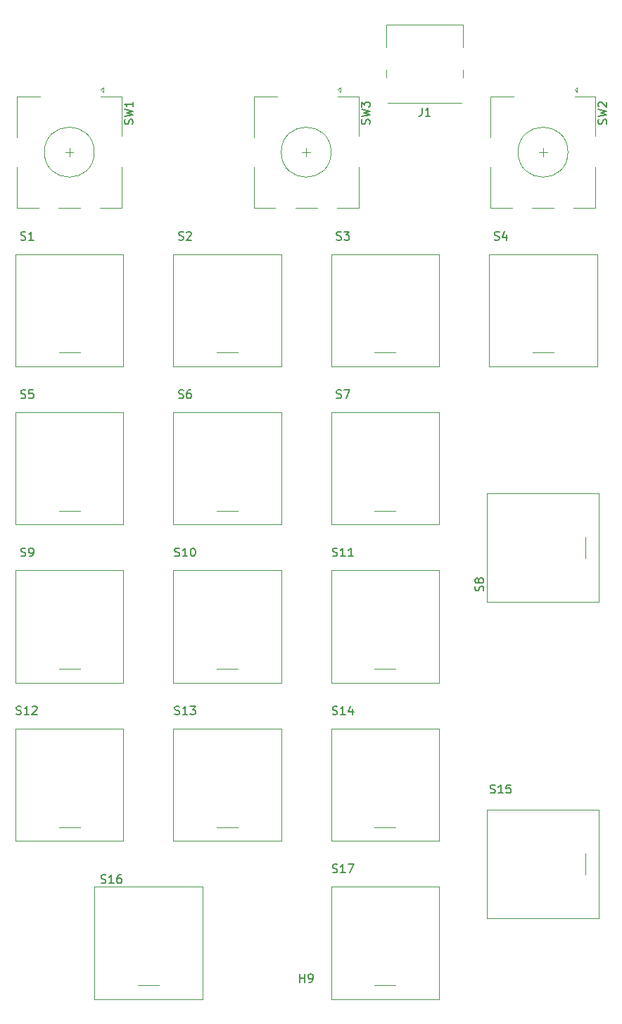
<source format=gbr>
%TF.GenerationSoftware,KiCad,Pcbnew,(5.1.6)-1*%
%TF.CreationDate,2020-11-22T11:15:34-08:00*%
%TF.ProjectId,tenkey_plusplus,74656e6b-6579-45f7-906c-7573706c7573,1*%
%TF.SameCoordinates,Original*%
%TF.FileFunction,Legend,Top*%
%TF.FilePolarity,Positive*%
%FSLAX46Y46*%
G04 Gerber Fmt 4.6, Leading zero omitted, Abs format (unit mm)*
G04 Created by KiCad (PCBNEW (5.1.6)-1) date 2020-11-22 11:15:34*
%MOMM*%
%LPD*%
G01*
G04 APERTURE LIST*
%ADD10C,0.120000*%
%ADD11C,0.150000*%
G04 APERTURE END LIST*
D10*
%TO.C,S16*%
X92501982Y-159370048D02*
X89961982Y-159370048D01*
X84731982Y-147540048D02*
X97731982Y-147540048D01*
X84731982Y-161040048D02*
X97731982Y-161040048D01*
X84731982Y-147540048D02*
X84731982Y-161040048D01*
X97731982Y-161040048D02*
X97731982Y-147540048D01*
%TO.C,S15*%
X143812012Y-143520042D02*
X143812012Y-146060042D01*
X131982012Y-151290042D02*
X131982012Y-138290042D01*
X145482012Y-151290042D02*
X145482012Y-138290042D01*
X131982012Y-151290042D02*
X145482012Y-151290042D01*
X145482012Y-138290042D02*
X131982012Y-138290042D01*
%TO.C,S8*%
X143812012Y-105520018D02*
X143812012Y-108060018D01*
X131982012Y-113290018D02*
X131982012Y-100290018D01*
X145482012Y-113290018D02*
X145482012Y-100290018D01*
X131982012Y-113290018D02*
X145482012Y-113290018D01*
X145482012Y-100290018D02*
X131982012Y-100290018D01*
%TO.C,SW3*%
X110232018Y-58789988D02*
X110232018Y-59789988D01*
X110732018Y-59289988D02*
X109732018Y-59289988D01*
X106532018Y-65989988D02*
X103932018Y-65989988D01*
X111532018Y-65989988D02*
X108932018Y-65989988D01*
X116532018Y-65989988D02*
X113932018Y-65989988D01*
X114332018Y-52089988D02*
X114032018Y-51789988D01*
X114332018Y-51489988D02*
X114332018Y-52089988D01*
X114032018Y-51789988D02*
X114332018Y-51489988D01*
X116532018Y-52589988D02*
X114032018Y-52589988D01*
X116532018Y-57389988D02*
X116532018Y-52589988D01*
X103932018Y-52589988D02*
X106732018Y-52589988D01*
X103932018Y-57489988D02*
X103932018Y-52589988D01*
X103932018Y-65989988D02*
X103932018Y-61089988D01*
X116532018Y-61089988D02*
X116532018Y-65989988D01*
X113232018Y-59289988D02*
G75*
G03*
X113232018Y-59289988I-3000000J0D01*
G01*
%TO.C,S17*%
X126232000Y-161040048D02*
X126232000Y-147540048D01*
X113232000Y-147540048D02*
X113232000Y-161040048D01*
X113232000Y-161040048D02*
X126232000Y-161040048D01*
X113232000Y-147540048D02*
X126232000Y-147540048D01*
X121002000Y-159370048D02*
X118462000Y-159370048D01*
%TO.C,S14*%
X126232000Y-142040000D02*
X126232000Y-128540000D01*
X113232000Y-128540000D02*
X113232000Y-142040000D01*
X113232000Y-142040000D02*
X126232000Y-142040000D01*
X113232000Y-128540000D02*
X126232000Y-128540000D01*
X121002000Y-140370000D02*
X118462000Y-140370000D01*
%TO.C,S13*%
X107232000Y-142040000D02*
X107232000Y-128540000D01*
X94232000Y-128540000D02*
X94232000Y-142040000D01*
X94232000Y-142040000D02*
X107232000Y-142040000D01*
X94232000Y-128540000D02*
X107232000Y-128540000D01*
X102002000Y-140370000D02*
X99462000Y-140370000D01*
%TO.C,S12*%
X88231976Y-142040036D02*
X88231976Y-128540036D01*
X75231976Y-128540036D02*
X75231976Y-142040036D01*
X75231976Y-142040036D02*
X88231976Y-142040036D01*
X75231976Y-128540036D02*
X88231976Y-128540036D01*
X83001976Y-140370036D02*
X80461976Y-140370036D01*
%TO.C,S11*%
X126232000Y-123040000D02*
X126232000Y-109540000D01*
X113232000Y-109540000D02*
X113232000Y-123040000D01*
X113232000Y-123040000D02*
X126232000Y-123040000D01*
X113232000Y-109540000D02*
X126232000Y-109540000D01*
X121002000Y-121370000D02*
X118462000Y-121370000D01*
%TO.C,S10*%
X107232000Y-123040000D02*
X107232000Y-109540000D01*
X94232000Y-109540000D02*
X94232000Y-123040000D01*
X94232000Y-123040000D02*
X107232000Y-123040000D01*
X94232000Y-109540000D02*
X107232000Y-109540000D01*
X102002000Y-121370000D02*
X99462000Y-121370000D01*
%TO.C,S9*%
X88231976Y-123040024D02*
X88231976Y-109540024D01*
X75231976Y-109540024D02*
X75231976Y-123040024D01*
X75231976Y-123040024D02*
X88231976Y-123040024D01*
X75231976Y-109540024D02*
X88231976Y-109540024D01*
X83001976Y-121370024D02*
X80461976Y-121370024D01*
%TO.C,S7*%
X126232000Y-104040012D02*
X126232000Y-90540012D01*
X113232000Y-90540012D02*
X113232000Y-104040012D01*
X113232000Y-104040012D02*
X126232000Y-104040012D01*
X113232000Y-90540012D02*
X126232000Y-90540012D01*
X121002000Y-102370012D02*
X118462000Y-102370012D01*
%TO.C,S6*%
X107232000Y-104040000D02*
X107232000Y-90540000D01*
X94232000Y-90540000D02*
X94232000Y-104040000D01*
X94232000Y-104040000D02*
X107232000Y-104040000D01*
X94232000Y-90540000D02*
X107232000Y-90540000D01*
X102002000Y-102370000D02*
X99462000Y-102370000D01*
%TO.C,S5*%
X88231976Y-104040012D02*
X88231976Y-90540012D01*
X75231976Y-90540012D02*
X75231976Y-104040012D01*
X75231976Y-104040012D02*
X88231976Y-104040012D01*
X75231976Y-90540012D02*
X88231976Y-90540012D01*
X83001976Y-102370012D02*
X80461976Y-102370012D01*
%TO.C,S4*%
X145232000Y-85040000D02*
X145232000Y-71540000D01*
X132232000Y-71540000D02*
X132232000Y-85040000D01*
X132232000Y-85040000D02*
X145232000Y-85040000D01*
X132232000Y-71540000D02*
X145232000Y-71540000D01*
X140002000Y-83370000D02*
X137462000Y-83370000D01*
%TO.C,S3*%
X126232000Y-85040000D02*
X126232000Y-71540000D01*
X113232000Y-71540000D02*
X113232000Y-85040000D01*
X113232000Y-85040000D02*
X126232000Y-85040000D01*
X113232000Y-71540000D02*
X126232000Y-71540000D01*
X121002000Y-83370000D02*
X118462000Y-83370000D01*
%TO.C,S2*%
X107232000Y-85040000D02*
X107232000Y-71540000D01*
X94232000Y-71540000D02*
X94232000Y-85040000D01*
X94232000Y-85040000D02*
X107232000Y-85040000D01*
X94232000Y-71540000D02*
X107232000Y-71540000D01*
X102002000Y-83370000D02*
X99462000Y-83370000D01*
%TO.C,S1*%
X88231976Y-85040000D02*
X88231976Y-71540000D01*
X75231976Y-71540000D02*
X75231976Y-85040000D01*
X75231976Y-85040000D02*
X88231976Y-85040000D01*
X75231976Y-71540000D02*
X88231976Y-71540000D01*
X83001976Y-83370000D02*
X80461976Y-83370000D01*
%TO.C,SW2*%
X138732036Y-58789988D02*
X138732036Y-59789988D01*
X139232036Y-59289988D02*
X138232036Y-59289988D01*
X135032036Y-65989988D02*
X132432036Y-65989988D01*
X140032036Y-65989988D02*
X137432036Y-65989988D01*
X145032036Y-65989988D02*
X142432036Y-65989988D01*
X142832036Y-52089988D02*
X142532036Y-51789988D01*
X142832036Y-51489988D02*
X142832036Y-52089988D01*
X142532036Y-51789988D02*
X142832036Y-51489988D01*
X145032036Y-52589988D02*
X142532036Y-52589988D01*
X145032036Y-57389988D02*
X145032036Y-52589988D01*
X132432036Y-52589988D02*
X135232036Y-52589988D01*
X132432036Y-57489988D02*
X132432036Y-52589988D01*
X132432036Y-65989988D02*
X132432036Y-61089988D01*
X145032036Y-61089988D02*
X145032036Y-65989988D01*
X141732036Y-59289988D02*
G75*
G03*
X141732036Y-59289988I-3000000J0D01*
G01*
%TO.C,SW1*%
X81732000Y-58789988D02*
X81732000Y-59789988D01*
X82232000Y-59289988D02*
X81232000Y-59289988D01*
X78032000Y-65989988D02*
X75432000Y-65989988D01*
X83032000Y-65989988D02*
X80432000Y-65989988D01*
X88032000Y-65989988D02*
X85432000Y-65989988D01*
X85832000Y-52089988D02*
X85532000Y-51789988D01*
X85832000Y-51489988D02*
X85832000Y-52089988D01*
X85532000Y-51789988D02*
X85832000Y-51489988D01*
X88032000Y-52589988D02*
X85532000Y-52589988D01*
X88032000Y-57389988D02*
X88032000Y-52589988D01*
X75432000Y-52589988D02*
X78232000Y-52589988D01*
X75432000Y-57489988D02*
X75432000Y-52589988D01*
X75432000Y-65989988D02*
X75432000Y-61089988D01*
X88032000Y-61089988D02*
X88032000Y-65989988D01*
X84732000Y-59289988D02*
G75*
G03*
X84732000Y-59289988I-3000000J0D01*
G01*
%TO.C,J1*%
X129076976Y-50285988D02*
X129076976Y-49385988D01*
X119886976Y-50285988D02*
X119886976Y-49385988D01*
X129076976Y-46685988D02*
X129076976Y-43955988D01*
X119886976Y-46685988D02*
X119886976Y-43955988D01*
X128956976Y-53365988D02*
X120006976Y-53365988D01*
X129076976Y-43955988D02*
X119886976Y-43955988D01*
%TO.C,S16*%
D11*
X85548886Y-147074809D02*
X85691743Y-147122428D01*
X85929839Y-147122428D01*
X86025077Y-147074809D01*
X86072696Y-147027190D01*
X86120315Y-146931952D01*
X86120315Y-146836714D01*
X86072696Y-146741476D01*
X86025077Y-146693857D01*
X85929839Y-146646238D01*
X85739362Y-146598619D01*
X85644124Y-146551000D01*
X85596505Y-146503381D01*
X85548886Y-146408143D01*
X85548886Y-146312905D01*
X85596505Y-146217667D01*
X85644124Y-146170048D01*
X85739362Y-146122428D01*
X85977458Y-146122428D01*
X86120315Y-146170048D01*
X87072696Y-147122428D02*
X86501267Y-147122428D01*
X86786982Y-147122428D02*
X86786982Y-146122428D01*
X86691743Y-146265286D01*
X86596505Y-146360524D01*
X86501267Y-146408143D01*
X87929839Y-146122428D02*
X87739362Y-146122428D01*
X87644124Y-146170048D01*
X87596505Y-146217667D01*
X87501267Y-146360524D01*
X87453648Y-146551000D01*
X87453648Y-146931952D01*
X87501267Y-147027190D01*
X87548886Y-147074809D01*
X87644124Y-147122428D01*
X87834601Y-147122428D01*
X87929839Y-147074809D01*
X87977458Y-147027190D01*
X88025077Y-146931952D01*
X88025077Y-146693857D01*
X87977458Y-146598619D01*
X87929839Y-146551000D01*
X87834601Y-146503381D01*
X87644124Y-146503381D01*
X87548886Y-146551000D01*
X87501267Y-146598619D01*
X87453648Y-146693857D01*
%TO.C,S15*%
X132393916Y-136244779D02*
X132536773Y-136292398D01*
X132774869Y-136292398D01*
X132870107Y-136244779D01*
X132917726Y-136197160D01*
X132965345Y-136101922D01*
X132965345Y-136006684D01*
X132917726Y-135911446D01*
X132870107Y-135863827D01*
X132774869Y-135816208D01*
X132584392Y-135768589D01*
X132489154Y-135720970D01*
X132441535Y-135673351D01*
X132393916Y-135578113D01*
X132393916Y-135482875D01*
X132441535Y-135387637D01*
X132489154Y-135340018D01*
X132584392Y-135292398D01*
X132822488Y-135292398D01*
X132965345Y-135340018D01*
X133917726Y-136292398D02*
X133346297Y-136292398D01*
X133632012Y-136292398D02*
X133632012Y-135292398D01*
X133536773Y-135435256D01*
X133441535Y-135530494D01*
X133346297Y-135578113D01*
X134822488Y-135292398D02*
X134346297Y-135292398D01*
X134298678Y-135768589D01*
X134346297Y-135720970D01*
X134441535Y-135673351D01*
X134679631Y-135673351D01*
X134774869Y-135720970D01*
X134822488Y-135768589D01*
X134870107Y-135863827D01*
X134870107Y-136101922D01*
X134822488Y-136197160D01*
X134774869Y-136244779D01*
X134679631Y-136292398D01*
X134441535Y-136292398D01*
X134346297Y-136244779D01*
X134298678Y-136197160D01*
%TO.C,S8*%
X131516773Y-111996922D02*
X131564392Y-111854065D01*
X131564392Y-111615970D01*
X131516773Y-111520732D01*
X131469154Y-111473113D01*
X131373916Y-111425494D01*
X131278678Y-111425494D01*
X131183440Y-111473113D01*
X131135821Y-111520732D01*
X131088202Y-111615970D01*
X131040583Y-111806446D01*
X130992964Y-111901684D01*
X130945345Y-111949303D01*
X130850107Y-111996922D01*
X130754869Y-111996922D01*
X130659631Y-111949303D01*
X130612012Y-111901684D01*
X130564392Y-111806446D01*
X130564392Y-111568351D01*
X130612012Y-111425494D01*
X130992964Y-110854065D02*
X130945345Y-110949303D01*
X130897726Y-110996922D01*
X130802488Y-111044541D01*
X130754869Y-111044541D01*
X130659631Y-110996922D01*
X130612012Y-110949303D01*
X130564392Y-110854065D01*
X130564392Y-110663589D01*
X130612012Y-110568351D01*
X130659631Y-110520732D01*
X130754869Y-110473113D01*
X130802488Y-110473113D01*
X130897726Y-110520732D01*
X130945345Y-110568351D01*
X130992964Y-110663589D01*
X130992964Y-110854065D01*
X131040583Y-110949303D01*
X131088202Y-110996922D01*
X131183440Y-111044541D01*
X131373916Y-111044541D01*
X131469154Y-110996922D01*
X131516773Y-110949303D01*
X131564392Y-110854065D01*
X131564392Y-110663589D01*
X131516773Y-110568351D01*
X131469154Y-110520732D01*
X131373916Y-110473113D01*
X131183440Y-110473113D01*
X131088202Y-110520732D01*
X131040583Y-110568351D01*
X130992964Y-110663589D01*
%TO.C,H9*%
X109470113Y-159031368D02*
X109470113Y-158031368D01*
X109470113Y-158507559D02*
X110041541Y-158507559D01*
X110041541Y-159031368D02*
X110041541Y-158031368D01*
X110565351Y-159031368D02*
X110755827Y-159031368D01*
X110851065Y-158983749D01*
X110898684Y-158936130D01*
X110993922Y-158793273D01*
X111041541Y-158602797D01*
X111041541Y-158221845D01*
X110993922Y-158126607D01*
X110946303Y-158078988D01*
X110851065Y-158031368D01*
X110660589Y-158031368D01*
X110565351Y-158078988D01*
X110517732Y-158126607D01*
X110470113Y-158221845D01*
X110470113Y-158459940D01*
X110517732Y-158555178D01*
X110565351Y-158602797D01*
X110660589Y-158650416D01*
X110851065Y-158650416D01*
X110946303Y-158602797D01*
X110993922Y-158555178D01*
X111041541Y-158459940D01*
%TO.C,SW3*%
X117836779Y-55923321D02*
X117884398Y-55780464D01*
X117884398Y-55542368D01*
X117836779Y-55447130D01*
X117789160Y-55399511D01*
X117693922Y-55351892D01*
X117598684Y-55351892D01*
X117503446Y-55399511D01*
X117455827Y-55447130D01*
X117408208Y-55542368D01*
X117360589Y-55732845D01*
X117312970Y-55828083D01*
X117265351Y-55875702D01*
X117170113Y-55923321D01*
X117074875Y-55923321D01*
X116979637Y-55875702D01*
X116932018Y-55828083D01*
X116884398Y-55732845D01*
X116884398Y-55494749D01*
X116932018Y-55351892D01*
X116884398Y-55018559D02*
X117884398Y-54780464D01*
X117170113Y-54589988D01*
X117884398Y-54399511D01*
X116884398Y-54161416D01*
X116884398Y-53875702D02*
X116884398Y-53256654D01*
X117265351Y-53589988D01*
X117265351Y-53447130D01*
X117312970Y-53351892D01*
X117360589Y-53304273D01*
X117455827Y-53256654D01*
X117693922Y-53256654D01*
X117789160Y-53304273D01*
X117836779Y-53351892D01*
X117884398Y-53447130D01*
X117884398Y-53732845D01*
X117836779Y-53828083D01*
X117789160Y-53875702D01*
%TO.C,S17*%
X113413904Y-145804809D02*
X113556761Y-145852428D01*
X113794857Y-145852428D01*
X113890095Y-145804809D01*
X113937714Y-145757190D01*
X113985333Y-145661952D01*
X113985333Y-145566714D01*
X113937714Y-145471476D01*
X113890095Y-145423857D01*
X113794857Y-145376238D01*
X113604380Y-145328619D01*
X113509142Y-145281000D01*
X113461523Y-145233381D01*
X113413904Y-145138143D01*
X113413904Y-145042905D01*
X113461523Y-144947667D01*
X113509142Y-144900048D01*
X113604380Y-144852428D01*
X113842476Y-144852428D01*
X113985333Y-144900048D01*
X114937714Y-145852428D02*
X114366285Y-145852428D01*
X114652000Y-145852428D02*
X114652000Y-144852428D01*
X114556761Y-144995286D01*
X114461523Y-145090524D01*
X114366285Y-145138143D01*
X115271047Y-144852428D02*
X115937714Y-144852428D01*
X115509142Y-145852428D01*
%TO.C,S14*%
X113413904Y-126804761D02*
X113556761Y-126852380D01*
X113794857Y-126852380D01*
X113890095Y-126804761D01*
X113937714Y-126757142D01*
X113985333Y-126661904D01*
X113985333Y-126566666D01*
X113937714Y-126471428D01*
X113890095Y-126423809D01*
X113794857Y-126376190D01*
X113604380Y-126328571D01*
X113509142Y-126280952D01*
X113461523Y-126233333D01*
X113413904Y-126138095D01*
X113413904Y-126042857D01*
X113461523Y-125947619D01*
X113509142Y-125900000D01*
X113604380Y-125852380D01*
X113842476Y-125852380D01*
X113985333Y-125900000D01*
X114937714Y-126852380D02*
X114366285Y-126852380D01*
X114652000Y-126852380D02*
X114652000Y-125852380D01*
X114556761Y-125995238D01*
X114461523Y-126090476D01*
X114366285Y-126138095D01*
X115794857Y-126185714D02*
X115794857Y-126852380D01*
X115556761Y-125804761D02*
X115318666Y-126519047D01*
X115937714Y-126519047D01*
%TO.C,S13*%
X94413904Y-126804761D02*
X94556761Y-126852380D01*
X94794857Y-126852380D01*
X94890095Y-126804761D01*
X94937714Y-126757142D01*
X94985333Y-126661904D01*
X94985333Y-126566666D01*
X94937714Y-126471428D01*
X94890095Y-126423809D01*
X94794857Y-126376190D01*
X94604380Y-126328571D01*
X94509142Y-126280952D01*
X94461523Y-126233333D01*
X94413904Y-126138095D01*
X94413904Y-126042857D01*
X94461523Y-125947619D01*
X94509142Y-125900000D01*
X94604380Y-125852380D01*
X94842476Y-125852380D01*
X94985333Y-125900000D01*
X95937714Y-126852380D02*
X95366285Y-126852380D01*
X95652000Y-126852380D02*
X95652000Y-125852380D01*
X95556761Y-125995238D01*
X95461523Y-126090476D01*
X95366285Y-126138095D01*
X96271047Y-125852380D02*
X96890095Y-125852380D01*
X96556761Y-126233333D01*
X96699619Y-126233333D01*
X96794857Y-126280952D01*
X96842476Y-126328571D01*
X96890095Y-126423809D01*
X96890095Y-126661904D01*
X96842476Y-126757142D01*
X96794857Y-126804761D01*
X96699619Y-126852380D01*
X96413904Y-126852380D01*
X96318666Y-126804761D01*
X96271047Y-126757142D01*
%TO.C,S12*%
X75361838Y-126804797D02*
X75504695Y-126852416D01*
X75742791Y-126852416D01*
X75838029Y-126804797D01*
X75885648Y-126757178D01*
X75933267Y-126661940D01*
X75933267Y-126566702D01*
X75885648Y-126471464D01*
X75838029Y-126423845D01*
X75742791Y-126376226D01*
X75552314Y-126328607D01*
X75457076Y-126280988D01*
X75409457Y-126233369D01*
X75361838Y-126138131D01*
X75361838Y-126042893D01*
X75409457Y-125947655D01*
X75457076Y-125900036D01*
X75552314Y-125852416D01*
X75790410Y-125852416D01*
X75933267Y-125900036D01*
X76885648Y-126852416D02*
X76314219Y-126852416D01*
X76599934Y-126852416D02*
X76599934Y-125852416D01*
X76504695Y-125995274D01*
X76409457Y-126090512D01*
X76314219Y-126138131D01*
X77266600Y-125947655D02*
X77314219Y-125900036D01*
X77409457Y-125852416D01*
X77647553Y-125852416D01*
X77742791Y-125900036D01*
X77790410Y-125947655D01*
X77838029Y-126042893D01*
X77838029Y-126138131D01*
X77790410Y-126280988D01*
X77218981Y-126852416D01*
X77838029Y-126852416D01*
%TO.C,S11*%
X113413904Y-107804761D02*
X113556761Y-107852380D01*
X113794857Y-107852380D01*
X113890095Y-107804761D01*
X113937714Y-107757142D01*
X113985333Y-107661904D01*
X113985333Y-107566666D01*
X113937714Y-107471428D01*
X113890095Y-107423809D01*
X113794857Y-107376190D01*
X113604380Y-107328571D01*
X113509142Y-107280952D01*
X113461523Y-107233333D01*
X113413904Y-107138095D01*
X113413904Y-107042857D01*
X113461523Y-106947619D01*
X113509142Y-106900000D01*
X113604380Y-106852380D01*
X113842476Y-106852380D01*
X113985333Y-106900000D01*
X114937714Y-107852380D02*
X114366285Y-107852380D01*
X114652000Y-107852380D02*
X114652000Y-106852380D01*
X114556761Y-106995238D01*
X114461523Y-107090476D01*
X114366285Y-107138095D01*
X115890095Y-107852380D02*
X115318666Y-107852380D01*
X115604380Y-107852380D02*
X115604380Y-106852380D01*
X115509142Y-106995238D01*
X115413904Y-107090476D01*
X115318666Y-107138095D01*
%TO.C,S10*%
X94413904Y-107804761D02*
X94556761Y-107852380D01*
X94794857Y-107852380D01*
X94890095Y-107804761D01*
X94937714Y-107757142D01*
X94985333Y-107661904D01*
X94985333Y-107566666D01*
X94937714Y-107471428D01*
X94890095Y-107423809D01*
X94794857Y-107376190D01*
X94604380Y-107328571D01*
X94509142Y-107280952D01*
X94461523Y-107233333D01*
X94413904Y-107138095D01*
X94413904Y-107042857D01*
X94461523Y-106947619D01*
X94509142Y-106900000D01*
X94604380Y-106852380D01*
X94842476Y-106852380D01*
X94985333Y-106900000D01*
X95937714Y-107852380D02*
X95366285Y-107852380D01*
X95652000Y-107852380D02*
X95652000Y-106852380D01*
X95556761Y-106995238D01*
X95461523Y-107090476D01*
X95366285Y-107138095D01*
X96556761Y-106852380D02*
X96652000Y-106852380D01*
X96747238Y-106900000D01*
X96794857Y-106947619D01*
X96842476Y-107042857D01*
X96890095Y-107233333D01*
X96890095Y-107471428D01*
X96842476Y-107661904D01*
X96794857Y-107757142D01*
X96747238Y-107804761D01*
X96652000Y-107852380D01*
X96556761Y-107852380D01*
X96461523Y-107804761D01*
X96413904Y-107757142D01*
X96366285Y-107661904D01*
X96318666Y-107471428D01*
X96318666Y-107233333D01*
X96366285Y-107042857D01*
X96413904Y-106947619D01*
X96461523Y-106900000D01*
X96556761Y-106852380D01*
%TO.C,S9*%
X75890071Y-107804785D02*
X76032928Y-107852404D01*
X76271023Y-107852404D01*
X76366261Y-107804785D01*
X76413880Y-107757166D01*
X76461499Y-107661928D01*
X76461499Y-107566690D01*
X76413880Y-107471452D01*
X76366261Y-107423833D01*
X76271023Y-107376214D01*
X76080547Y-107328595D01*
X75985309Y-107280976D01*
X75937690Y-107233357D01*
X75890071Y-107138119D01*
X75890071Y-107042881D01*
X75937690Y-106947643D01*
X75985309Y-106900024D01*
X76080547Y-106852404D01*
X76318642Y-106852404D01*
X76461499Y-106900024D01*
X76937690Y-107852404D02*
X77128166Y-107852404D01*
X77223404Y-107804785D01*
X77271023Y-107757166D01*
X77366261Y-107614309D01*
X77413880Y-107423833D01*
X77413880Y-107042881D01*
X77366261Y-106947643D01*
X77318642Y-106900024D01*
X77223404Y-106852404D01*
X77032928Y-106852404D01*
X76937690Y-106900024D01*
X76890071Y-106947643D01*
X76842452Y-107042881D01*
X76842452Y-107280976D01*
X76890071Y-107376214D01*
X76937690Y-107423833D01*
X77032928Y-107471452D01*
X77223404Y-107471452D01*
X77318642Y-107423833D01*
X77366261Y-107376214D01*
X77413880Y-107280976D01*
%TO.C,S7*%
X113890095Y-88804773D02*
X114032952Y-88852392D01*
X114271047Y-88852392D01*
X114366285Y-88804773D01*
X114413904Y-88757154D01*
X114461523Y-88661916D01*
X114461523Y-88566678D01*
X114413904Y-88471440D01*
X114366285Y-88423821D01*
X114271047Y-88376202D01*
X114080571Y-88328583D01*
X113985333Y-88280964D01*
X113937714Y-88233345D01*
X113890095Y-88138107D01*
X113890095Y-88042869D01*
X113937714Y-87947631D01*
X113985333Y-87900012D01*
X114080571Y-87852392D01*
X114318666Y-87852392D01*
X114461523Y-87900012D01*
X114794857Y-87852392D02*
X115461523Y-87852392D01*
X115032952Y-88852392D01*
%TO.C,S6*%
X94890095Y-88804761D02*
X95032952Y-88852380D01*
X95271047Y-88852380D01*
X95366285Y-88804761D01*
X95413904Y-88757142D01*
X95461523Y-88661904D01*
X95461523Y-88566666D01*
X95413904Y-88471428D01*
X95366285Y-88423809D01*
X95271047Y-88376190D01*
X95080571Y-88328571D01*
X94985333Y-88280952D01*
X94937714Y-88233333D01*
X94890095Y-88138095D01*
X94890095Y-88042857D01*
X94937714Y-87947619D01*
X94985333Y-87900000D01*
X95080571Y-87852380D01*
X95318666Y-87852380D01*
X95461523Y-87900000D01*
X96318666Y-87852380D02*
X96128190Y-87852380D01*
X96032952Y-87900000D01*
X95985333Y-87947619D01*
X95890095Y-88090476D01*
X95842476Y-88280952D01*
X95842476Y-88661904D01*
X95890095Y-88757142D01*
X95937714Y-88804761D01*
X96032952Y-88852380D01*
X96223428Y-88852380D01*
X96318666Y-88804761D01*
X96366285Y-88757142D01*
X96413904Y-88661904D01*
X96413904Y-88423809D01*
X96366285Y-88328571D01*
X96318666Y-88280952D01*
X96223428Y-88233333D01*
X96032952Y-88233333D01*
X95937714Y-88280952D01*
X95890095Y-88328571D01*
X95842476Y-88423809D01*
%TO.C,S5*%
X75890071Y-88804773D02*
X76032928Y-88852392D01*
X76271023Y-88852392D01*
X76366261Y-88804773D01*
X76413880Y-88757154D01*
X76461499Y-88661916D01*
X76461499Y-88566678D01*
X76413880Y-88471440D01*
X76366261Y-88423821D01*
X76271023Y-88376202D01*
X76080547Y-88328583D01*
X75985309Y-88280964D01*
X75937690Y-88233345D01*
X75890071Y-88138107D01*
X75890071Y-88042869D01*
X75937690Y-87947631D01*
X75985309Y-87900012D01*
X76080547Y-87852392D01*
X76318642Y-87852392D01*
X76461499Y-87900012D01*
X77366261Y-87852392D02*
X76890071Y-87852392D01*
X76842452Y-88328583D01*
X76890071Y-88280964D01*
X76985309Y-88233345D01*
X77223404Y-88233345D01*
X77318642Y-88280964D01*
X77366261Y-88328583D01*
X77413880Y-88423821D01*
X77413880Y-88661916D01*
X77366261Y-88757154D01*
X77318642Y-88804773D01*
X77223404Y-88852392D01*
X76985309Y-88852392D01*
X76890071Y-88804773D01*
X76842452Y-88757154D01*
%TO.C,S4*%
X132890095Y-69804761D02*
X133032952Y-69852380D01*
X133271047Y-69852380D01*
X133366285Y-69804761D01*
X133413904Y-69757142D01*
X133461523Y-69661904D01*
X133461523Y-69566666D01*
X133413904Y-69471428D01*
X133366285Y-69423809D01*
X133271047Y-69376190D01*
X133080571Y-69328571D01*
X132985333Y-69280952D01*
X132937714Y-69233333D01*
X132890095Y-69138095D01*
X132890095Y-69042857D01*
X132937714Y-68947619D01*
X132985333Y-68900000D01*
X133080571Y-68852380D01*
X133318666Y-68852380D01*
X133461523Y-68900000D01*
X134318666Y-69185714D02*
X134318666Y-69852380D01*
X134080571Y-68804761D02*
X133842476Y-69519047D01*
X134461523Y-69519047D01*
%TO.C,S3*%
X113890095Y-69804761D02*
X114032952Y-69852380D01*
X114271047Y-69852380D01*
X114366285Y-69804761D01*
X114413904Y-69757142D01*
X114461523Y-69661904D01*
X114461523Y-69566666D01*
X114413904Y-69471428D01*
X114366285Y-69423809D01*
X114271047Y-69376190D01*
X114080571Y-69328571D01*
X113985333Y-69280952D01*
X113937714Y-69233333D01*
X113890095Y-69138095D01*
X113890095Y-69042857D01*
X113937714Y-68947619D01*
X113985333Y-68900000D01*
X114080571Y-68852380D01*
X114318666Y-68852380D01*
X114461523Y-68900000D01*
X114794857Y-68852380D02*
X115413904Y-68852380D01*
X115080571Y-69233333D01*
X115223428Y-69233333D01*
X115318666Y-69280952D01*
X115366285Y-69328571D01*
X115413904Y-69423809D01*
X115413904Y-69661904D01*
X115366285Y-69757142D01*
X115318666Y-69804761D01*
X115223428Y-69852380D01*
X114937714Y-69852380D01*
X114842476Y-69804761D01*
X114794857Y-69757142D01*
%TO.C,S2*%
X94890095Y-69804761D02*
X95032952Y-69852380D01*
X95271047Y-69852380D01*
X95366285Y-69804761D01*
X95413904Y-69757142D01*
X95461523Y-69661904D01*
X95461523Y-69566666D01*
X95413904Y-69471428D01*
X95366285Y-69423809D01*
X95271047Y-69376190D01*
X95080571Y-69328571D01*
X94985333Y-69280952D01*
X94937714Y-69233333D01*
X94890095Y-69138095D01*
X94890095Y-69042857D01*
X94937714Y-68947619D01*
X94985333Y-68900000D01*
X95080571Y-68852380D01*
X95318666Y-68852380D01*
X95461523Y-68900000D01*
X95842476Y-68947619D02*
X95890095Y-68900000D01*
X95985333Y-68852380D01*
X96223428Y-68852380D01*
X96318666Y-68900000D01*
X96366285Y-68947619D01*
X96413904Y-69042857D01*
X96413904Y-69138095D01*
X96366285Y-69280952D01*
X95794857Y-69852380D01*
X96413904Y-69852380D01*
%TO.C,S1*%
X75890071Y-69804761D02*
X76032928Y-69852380D01*
X76271023Y-69852380D01*
X76366261Y-69804761D01*
X76413880Y-69757142D01*
X76461499Y-69661904D01*
X76461499Y-69566666D01*
X76413880Y-69471428D01*
X76366261Y-69423809D01*
X76271023Y-69376190D01*
X76080547Y-69328571D01*
X75985309Y-69280952D01*
X75937690Y-69233333D01*
X75890071Y-69138095D01*
X75890071Y-69042857D01*
X75937690Y-68947619D01*
X75985309Y-68900000D01*
X76080547Y-68852380D01*
X76318642Y-68852380D01*
X76461499Y-68900000D01*
X77413880Y-69852380D02*
X76842452Y-69852380D01*
X77128166Y-69852380D02*
X77128166Y-68852380D01*
X77032928Y-68995238D01*
X76937690Y-69090476D01*
X76842452Y-69138095D01*
%TO.C,SW2*%
X146336797Y-55923321D02*
X146384416Y-55780464D01*
X146384416Y-55542368D01*
X146336797Y-55447130D01*
X146289178Y-55399511D01*
X146193940Y-55351892D01*
X146098702Y-55351892D01*
X146003464Y-55399511D01*
X145955845Y-55447130D01*
X145908226Y-55542368D01*
X145860607Y-55732845D01*
X145812988Y-55828083D01*
X145765369Y-55875702D01*
X145670131Y-55923321D01*
X145574893Y-55923321D01*
X145479655Y-55875702D01*
X145432036Y-55828083D01*
X145384416Y-55732845D01*
X145384416Y-55494749D01*
X145432036Y-55351892D01*
X145384416Y-55018559D02*
X146384416Y-54780464D01*
X145670131Y-54589988D01*
X146384416Y-54399511D01*
X145384416Y-54161416D01*
X145479655Y-53828083D02*
X145432036Y-53780464D01*
X145384416Y-53685226D01*
X145384416Y-53447130D01*
X145432036Y-53351892D01*
X145479655Y-53304273D01*
X145574893Y-53256654D01*
X145670131Y-53256654D01*
X145812988Y-53304273D01*
X146384416Y-53875702D01*
X146384416Y-53256654D01*
%TO.C,SW1*%
X89336761Y-55923321D02*
X89384380Y-55780464D01*
X89384380Y-55542368D01*
X89336761Y-55447130D01*
X89289142Y-55399511D01*
X89193904Y-55351892D01*
X89098666Y-55351892D01*
X89003428Y-55399511D01*
X88955809Y-55447130D01*
X88908190Y-55542368D01*
X88860571Y-55732845D01*
X88812952Y-55828083D01*
X88765333Y-55875702D01*
X88670095Y-55923321D01*
X88574857Y-55923321D01*
X88479619Y-55875702D01*
X88432000Y-55828083D01*
X88384380Y-55732845D01*
X88384380Y-55494749D01*
X88432000Y-55351892D01*
X88384380Y-55018559D02*
X89384380Y-54780464D01*
X88670095Y-54589988D01*
X89384380Y-54399511D01*
X88384380Y-54161416D01*
X89384380Y-53256654D02*
X89384380Y-53828083D01*
X89384380Y-53542368D02*
X88384380Y-53542368D01*
X88527238Y-53637607D01*
X88622476Y-53732845D01*
X88670095Y-53828083D01*
%TO.C,J1*%
X124148642Y-53938368D02*
X124148642Y-54652654D01*
X124101023Y-54795511D01*
X124005785Y-54890749D01*
X123862928Y-54938368D01*
X123767690Y-54938368D01*
X125148642Y-54938368D02*
X124577214Y-54938368D01*
X124862928Y-54938368D02*
X124862928Y-53938368D01*
X124767690Y-54081226D01*
X124672452Y-54176464D01*
X124577214Y-54224083D01*
%TD*%
M02*

</source>
